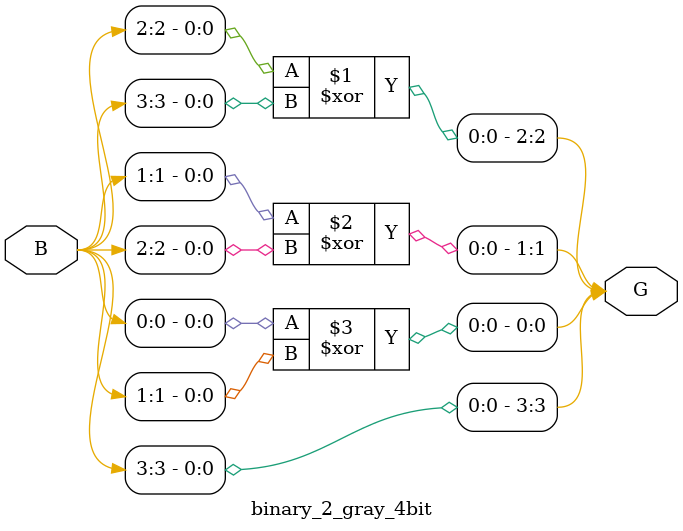
<source format=v>
`timescale 1ns / 1ps


module binary_2_gray_4bit(B,G);
 input [3:0] B;
 output [3:0] G;
 
 assign G[3]=B[3];
 assign G[2]=B[2]^B[3];
 assign G[1]=B[1]^B[2];
 assign G[0]=B[0]^B[1];
endmodule

</source>
